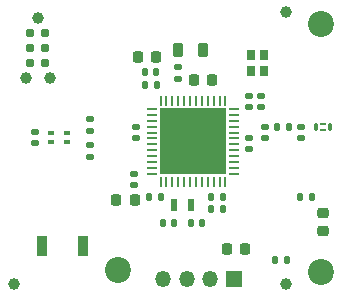
<source format=gbr>
%TF.GenerationSoftware,KiCad,Pcbnew,8.0.3*%
%TF.CreationDate,2024-07-13T07:38:14+02:00*%
%TF.ProjectId,BLESEN,424c4553-454e-42e6-9b69-6361645f7063,rev?*%
%TF.SameCoordinates,Original*%
%TF.FileFunction,Soldermask,Top*%
%TF.FilePolarity,Negative*%
%FSLAX46Y46*%
G04 Gerber Fmt 4.6, Leading zero omitted, Abs format (unit mm)*
G04 Created by KiCad (PCBNEW 8.0.3) date 2024-07-13 07:38:14*
%MOMM*%
%LPD*%
G01*
G04 APERTURE LIST*
G04 Aperture macros list*
%AMRoundRect*
0 Rectangle with rounded corners*
0 $1 Rounding radius*
0 $2 $3 $4 $5 $6 $7 $8 $9 X,Y pos of 4 corners*
0 Add a 4 corners polygon primitive as box body*
4,1,4,$2,$3,$4,$5,$6,$7,$8,$9,$2,$3,0*
0 Add four circle primitives for the rounded corners*
1,1,$1+$1,$2,$3*
1,1,$1+$1,$4,$5*
1,1,$1+$1,$6,$7*
1,1,$1+$1,$8,$9*
0 Add four rect primitives between the rounded corners*
20,1,$1+$1,$2,$3,$4,$5,0*
20,1,$1+$1,$4,$5,$6,$7,0*
20,1,$1+$1,$6,$7,$8,$9,0*
20,1,$1+$1,$8,$9,$2,$3,0*%
G04 Aperture macros list end*
%ADD10RoundRect,0.147500X0.172500X-0.147500X0.172500X0.147500X-0.172500X0.147500X-0.172500X-0.147500X0*%
%ADD11R,0.900000X1.700000*%
%ADD12RoundRect,0.140000X-0.140000X-0.170000X0.140000X-0.170000X0.140000X0.170000X-0.140000X0.170000X0*%
%ADD13RoundRect,0.068750X0.068750X-0.281250X0.068750X0.281250X-0.068750X0.281250X-0.068750X-0.281250X0*%
%ADD14RoundRect,0.061250X-0.163750X-0.061250X0.163750X-0.061250X0.163750X0.061250X-0.163750X0.061250X0*%
%ADD15R,1.350000X1.350000*%
%ADD16O,1.350000X1.350000*%
%ADD17RoundRect,0.140000X-0.170000X0.140000X-0.170000X-0.140000X0.170000X-0.140000X0.170000X0.140000X0*%
%ADD18RoundRect,0.135000X0.185000X-0.135000X0.185000X0.135000X-0.185000X0.135000X-0.185000X-0.135000X0*%
%ADD19RoundRect,0.218750X0.256250X-0.218750X0.256250X0.218750X-0.256250X0.218750X-0.256250X-0.218750X0*%
%ADD20C,2.200000*%
%ADD21RoundRect,0.225000X-0.225000X-0.250000X0.225000X-0.250000X0.225000X0.250000X-0.225000X0.250000X0*%
%ADD22R,0.600000X1.100000*%
%ADD23RoundRect,0.135000X-0.185000X0.135000X-0.185000X-0.135000X0.185000X-0.135000X0.185000X0.135000X0*%
%ADD24RoundRect,0.225000X0.225000X0.250000X-0.225000X0.250000X-0.225000X-0.250000X0.225000X-0.250000X0*%
%ADD25RoundRect,0.140000X0.170000X-0.140000X0.170000X0.140000X-0.170000X0.140000X-0.170000X-0.140000X0*%
%ADD26R,0.500000X0.300000*%
%ADD27RoundRect,0.135000X-0.135000X-0.185000X0.135000X-0.185000X0.135000X0.185000X-0.135000X0.185000X0*%
%ADD28RoundRect,0.140000X0.140000X0.170000X-0.140000X0.170000X-0.140000X-0.170000X0.140000X-0.170000X0*%
%ADD29RoundRect,0.218750X-0.218750X-0.381250X0.218750X-0.381250X0.218750X0.381250X-0.218750X0.381250X0*%
%ADD30RoundRect,0.147500X-0.147500X-0.172500X0.147500X-0.172500X0.147500X0.172500X-0.147500X0.172500X0*%
%ADD31RoundRect,0.218750X-0.218750X-0.256250X0.218750X-0.256250X0.218750X0.256250X-0.218750X0.256250X0*%
%ADD32C,1.000000*%
%ADD33R,0.800000X0.900000*%
%ADD34C,0.990600*%
%ADD35C,0.787400*%
%ADD36RoundRect,0.062500X0.062500X-0.375000X0.062500X0.375000X-0.062500X0.375000X-0.062500X-0.375000X0*%
%ADD37RoundRect,0.062500X0.375000X-0.062500X0.375000X0.062500X-0.375000X0.062500X-0.375000X-0.062500X0*%
%ADD38R,5.600000X5.600000*%
G04 APERTURE END LIST*
D10*
%TO.C,L2*%
X142890000Y-83615000D03*
X142890000Y-82645000D03*
%TD*%
D11*
%TO.C,RST1*%
X134800000Y-97800000D03*
X131400000Y-97800000D03*
%TD*%
D12*
%TO.C,C3*%
X145710000Y-93610000D03*
X146670000Y-93610000D03*
%TD*%
D13*
%TO.C,FLT1*%
X154537500Y-87700000D03*
D14*
X155150000Y-87472500D03*
D13*
X155762500Y-87700000D03*
D14*
X155150000Y-87927500D03*
%TD*%
D15*
%TO.C,J3*%
X147600000Y-100600000D03*
D16*
X145600000Y-100600000D03*
X143600000Y-100600000D03*
X141600000Y-100600000D03*
%TD*%
D17*
%TO.C,C4*%
X148863000Y-88614400D03*
X148863000Y-89574400D03*
%TD*%
D18*
%TO.C,R1*%
X135400000Y-90210000D03*
X135400000Y-89190000D03*
%TD*%
D19*
%TO.C,Q1*%
X155150000Y-96537500D03*
X155150000Y-94962500D03*
%TD*%
D17*
%TO.C,C2*%
X139350000Y-87670000D03*
X139350000Y-88630000D03*
%TD*%
D20*
%TO.C,H4*%
X155000000Y-79000000D03*
%TD*%
D21*
%TO.C,C16*%
X144200000Y-83725000D03*
X145750000Y-83725000D03*
%TD*%
D22*
%TO.C,Y2*%
X142560000Y-94340000D03*
X143960000Y-94340000D03*
%TD*%
D23*
%TO.C,R2*%
X135400000Y-86990000D03*
X135400000Y-88010000D03*
%TD*%
D12*
%TO.C,C13*%
X145710000Y-94660000D03*
X146670000Y-94660000D03*
%TD*%
D24*
%TO.C,C18*%
X141025000Y-81790000D03*
X139475000Y-81790000D03*
%TD*%
D12*
%TO.C,C15*%
X143960000Y-95830000D03*
X144920000Y-95830000D03*
%TD*%
D17*
%TO.C,C8*%
X150263000Y-87689400D03*
X150263000Y-88649400D03*
%TD*%
%TO.C,C12*%
X130800000Y-88120000D03*
X130800000Y-89080000D03*
%TD*%
D25*
%TO.C,C10*%
X148858018Y-86024400D03*
X148858018Y-85064400D03*
%TD*%
%TO.C,C11*%
X149869678Y-86024400D03*
X149869678Y-85064400D03*
%TD*%
D26*
%TO.C,U2*%
X133500000Y-89000000D03*
X133500000Y-88200000D03*
X132100000Y-88200000D03*
X132100000Y-89000000D03*
%TD*%
D17*
%TO.C,C1*%
X139150000Y-91670000D03*
X139150000Y-92630000D03*
%TD*%
D27*
%TO.C,R3*%
X151090000Y-99000000D03*
X152110000Y-99000000D03*
%TD*%
D28*
%TO.C,C7*%
X141080000Y-84190000D03*
X140120000Y-84190000D03*
%TD*%
D20*
%TO.C,H2*%
X155000000Y-100000000D03*
%TD*%
D29*
%TO.C,L3*%
X142887500Y-81200000D03*
X145012500Y-81200000D03*
%TD*%
D30*
%TO.C,L1*%
X151278000Y-87669400D03*
X152248000Y-87669400D03*
%TD*%
D27*
%TO.C,R4*%
X153240000Y-93600000D03*
X154260000Y-93600000D03*
%TD*%
D31*
%TO.C,D1*%
X147012500Y-98000000D03*
X148587500Y-98000000D03*
%TD*%
D32*
%TO.C,FID1*%
X152000000Y-101000000D03*
%TD*%
D21*
%TO.C,C6*%
X137663000Y-93869400D03*
X139213000Y-93869400D03*
%TD*%
D32*
%TO.C,FID2*%
X129000000Y-101000000D03*
%TD*%
D28*
%TO.C,C14*%
X142560000Y-95830000D03*
X141600000Y-95830000D03*
%TD*%
D17*
%TO.C,C9*%
X153263000Y-87689400D03*
X153263000Y-88649400D03*
%TD*%
D28*
%TO.C,C17*%
X141010000Y-83090000D03*
X140050000Y-83090000D03*
%TD*%
D20*
%TO.C,H3*%
X137800000Y-99820000D03*
%TD*%
D28*
%TO.C,C5*%
X141405000Y-93602400D03*
X140445000Y-93602400D03*
%TD*%
D33*
%TO.C,Y1*%
X149050000Y-81600000D03*
X149050000Y-83000000D03*
X150150000Y-83000000D03*
X150150000Y-81600000D03*
%TD*%
D34*
%TO.C,J1*%
X131000000Y-78460000D03*
X132016000Y-83540000D03*
X129984000Y-83540000D03*
D35*
X130365000Y-79730000D03*
X131635000Y-79730000D03*
X130365000Y-81000000D03*
X131635000Y-81000000D03*
X130365000Y-82270000D03*
X131635000Y-82270000D03*
%TD*%
D36*
%TO.C,U1*%
X141400000Y-92362500D03*
X141900000Y-92362500D03*
X142400000Y-92362500D03*
X142900000Y-92362500D03*
X143400000Y-92362500D03*
X143900000Y-92362500D03*
X144400000Y-92362500D03*
X144900000Y-92362500D03*
X145400000Y-92362500D03*
X145900000Y-92362500D03*
X146400000Y-92362500D03*
X146900000Y-92362500D03*
D37*
X147587500Y-91675000D03*
X147587500Y-91175000D03*
X147587500Y-90675000D03*
X147587500Y-90175000D03*
X147587500Y-89675000D03*
X147587500Y-89175000D03*
X147587500Y-88675000D03*
X147587500Y-88175000D03*
X147587500Y-87675000D03*
X147587500Y-87175000D03*
X147587500Y-86675000D03*
X147587500Y-86175000D03*
D36*
X146900000Y-85487500D03*
X146400000Y-85487500D03*
X145900000Y-85487500D03*
X145400000Y-85487500D03*
X144900000Y-85487500D03*
X144400000Y-85487500D03*
X143900000Y-85487500D03*
X143400000Y-85487500D03*
X142900000Y-85487500D03*
X142400000Y-85487500D03*
X141900000Y-85487500D03*
X141400000Y-85487500D03*
D37*
X140712500Y-86175000D03*
X140712500Y-86675000D03*
X140712500Y-87175000D03*
X140712500Y-87675000D03*
X140712500Y-88175000D03*
X140712500Y-88675000D03*
X140712500Y-89175000D03*
X140712500Y-89675000D03*
X140712500Y-90175000D03*
X140712500Y-90675000D03*
X140712500Y-91175000D03*
X140712500Y-91675000D03*
D38*
X144150000Y-88925000D03*
%TD*%
D32*
%TO.C,FID3*%
X152000000Y-78000000D03*
%TD*%
M02*

</source>
